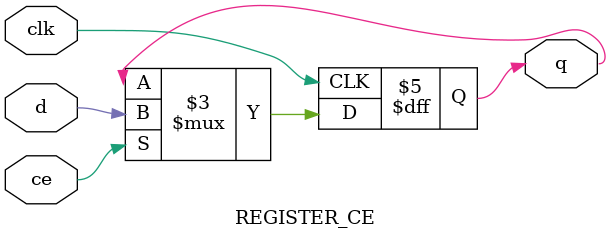
<source format=v>
module REGISTER_CE(q, d, ce, clk);
  parameter N = 1;
  output reg [N-1:0] q;
  input [N-1:0]      d;
  input 	      ce, clk;
  initial q = {N{1'b0}};
  always @(posedge clk)
    if (ce) q <= d;
endmodule // REGISTER_CE
</source>
